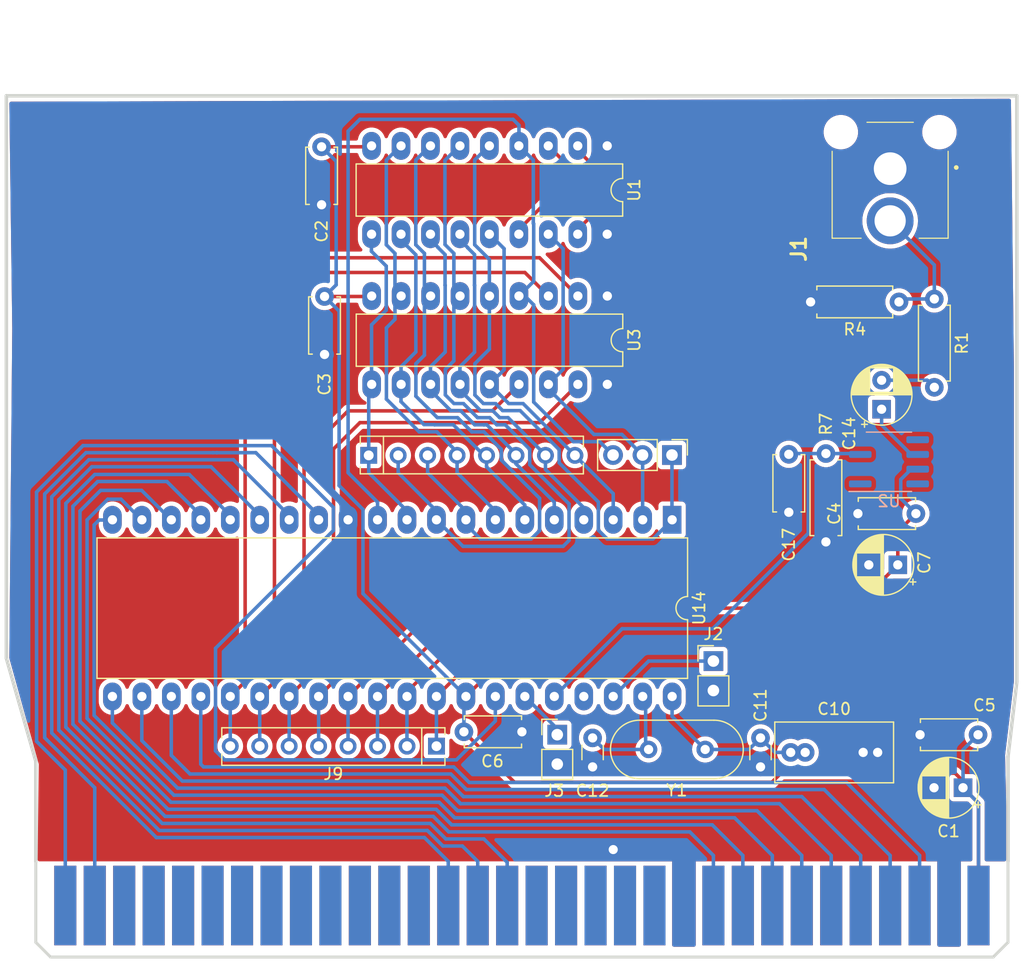
<source format=kicad_pcb>
(kicad_pcb (version 20221018) (generator pcbnew)
  (layers (0 "F.Cu" signal) (31 "B.Cu" signal) (34 "B.Paste" user) (35 "F.Paste" user) (36 "B.SilkS" user "B.Silkscreen") (37 "F.SilkS" user "F.Silkscreen") (38 "B.Mask" user) (39 "F.Mask" user) (44 "Edge.Cuts" user))
  (net 0 "")
  (net 1 "VSS")
  (net 2 "VCC")
  (net 3 "Net-(U14-XTAL1)")
  (net 4 "Net-(U14-XTAL2)")
  (net 38 "/R0")
  (net 39 "/R1")
  (net 40 "/R2")
  (net 41 "/R3")
  (net 42 "/R4")
  (net 43 "/R5")
  (net 44 "/R6")
  (net 45 "/R7")
  (net 46 "/nINT")
  (net 47 "/nRESET")
  (net 48 "/nCSR")
  (net 49 "/MODE")
  (net 50 "/nCSW")
  (net 51 "/D5")
  (net 52 "/D6")
  (net 53 "/D7")
  (net 54 "/D0")
  (net 55 "/D1")
  (net 56 "/D2")
  (net 57 "/D3")
  (net 58 "/D4")
  (net 59 "/RnW")
  (net 60 "/nCAS")
  (net 61 "/nRAS")
  (net 62 "/Y")
  (net 74 "Net-(C14-Pad2)")
  (net 76 "Net-(J1-In)")
  (net 77 "Net-(J2-Pin_1)")
  (net 78 "Net-(J3-Pin_1)")
  (net 80 "/AD0")
  (net 81 "/AD7")
  (net 82 "/AD5")
  (net 83 "/AD6")
  (net 84 "/AD2")
  (net 85 "/AD3")
  (net 86 "/AD4")
  (net 87 "/AD1")
  (net 88 "Net-(C14-Pad1)")
  (footprint "Connector_PCBEdge_EXT:PICERINO-EDGE" (layer "F.Cu") (at 114.554 149.86)
    (fp_text reference "CON1" hide)
    (fp_text value "PICERINO-EDGE" hide)
    (fp_line (start -2.54 -3.81) (end -2.54 3.175) (stroke (width 0.254)) (layer "Edge.Cuts"))
    (fp_line (start -2.54 3.175) (end -1.27 4.445) (stroke (width 0.254)) (layer "Edge.Cuts"))
    (fp_line (start -1.27 4.445) (end 80.01 4.445) (stroke (width 0.254)) (layer "Edge.Cuts"))
    (fp_line (start 80.01 4.445) (end 81.28 3.175) (stroke (width 0.254)) (layer "Edge.Cuts"))
    (fp_line (start 81.28 3.175) (end 81.28 -3.81) (stroke (width 0.254)) (layer "Edge.Cuts"))
  )
  (footprint "Capacitor_THT:C_Rect_L10.0mm_W5.0mm_P5.00mm_P7.50mm" (layer "F.Cu") (at 177.098 136.652)
    (fp_text reference "C10")
    (fp_text value "20pf")
  )
  (footprint "Package_DIP:DIP-18_W7.62mm_LongPads" (layer "F.Cu") (at 161.28 84.328 -90)
    (fp_text reference "U1")
    (fp_text value "TMS4416")
  )
  (footprint "Capacitor_THT:C_Disc_D4.7mm_W2.5mm_P5.00mm" (layer "F.Cu") (at 136.652 84.408 -90)
    (fp_text reference "C2")
    (fp_text value "100nF")
  )
  (footprint "Package_DIP:DIP-40_W15.24mm_LongPads" (layer "F.Cu") (at 166.878 116.586 -90)
    (fp_text reference "U14")
    (fp_text value "TMS9118NL")
  )
  (footprint "Capacitor_THT:C_Disc_D4.7mm_W2.5mm_P5.00mm" (layer "F.Cu") (at 136.906 97.322 -90)
    (fp_text reference "C3")
    (fp_text value "100nF")
  )
  (footprint "Package_DIP:DIP-18_W7.62mm_LongPads" (layer "F.Cu") (at 161.29 97.282 -90)
    (fp_text reference "U3")
    (fp_text value "TMS4416")
  )
  (footprint "Resistor_THT:R_Axial_DIN0207_L6.3mm_D2.5mm_P7.62mm_Horizontal" (layer "F.Cu") (at 180.1368 110.871 -90)
    (fp_text reference "R7")
    (fp_text value "470R")
  )
  (footprint "Capacitor_THT:C_Disc_D3.0mm_W1.6mm_P2.50mm" (layer "F.Cu") (at 174.498 137.902 90)
    (fp_text reference "C11")
    (fp_text value "18pF")
  )
  (footprint "Capacitor_THT:CP_Radial_D5.0mm_P2.50mm" (layer "F.Cu") (at 184.9374 107.046912 90)
    (fp_text reference "C14")
    (fp_text value "330uF")
  )
  (footprint "Capacitor_THT:CP_Radial_D5.0mm_P2.50mm" (layer "F.Cu") (at 186.3344 120.4722 180)
    (fp_text reference "C7")
    (fp_text value "10uF")
  )
  (footprint "Crystal:Crystal_HC49-4H_Vertical" (layer "F.Cu") (at 169.726 136.398 180)
    (fp_text reference "Y1")
    (fp_text value "Crystal")
  )
  (footprint "Resistor_THT:R_Axial_DIN0207_L6.3mm_D2.5mm_P7.62mm_Horizontal" (layer "F.Cu") (at 189.484 97.536 -90)
    (fp_text reference "R1")
    (fp_text value "75R")
  )
  (footprint "Connector_PinHeader_2.54mm:PinHeader_1x03_P2.54mm_Vertical" (layer "F.Cu") (at 166.863 110.998 -90)
    (fp_text reference "J10" hide)
    (fp_text value "Conn_01x03")
  )
  (footprint "Capacitor_THT:C_Disc_D4.7mm_W2.5mm_P5.00mm" (layer "F.Cu") (at 193.254 135.128 180)
    (fp_text reference "C5")
    (fp_text value "100nF")
  )
  (footprint "Capacitor_THT:C_Disc_D3.0mm_W1.6mm_P2.50mm" (layer "F.Cu") (at 160.02 135.402 -90)
    (fp_text reference "C12")
    (fp_text value "33pF")
  )
  (footprint "Package_SIP:SIP-8_19x3mm_P2.54mm" (layer "F.Cu") (at 140.716 111.028)
    (fp_text reference "J8" hide)
    (fp_text value "Conn_01x08")
  )
  (footprint "Capacitor_THT:C_Disc_D4.7mm_W2.5mm_P5.00mm" (layer "F.Cu") (at 187.8946 116.0526 180)
    (fp_text reference "C4")
    (fp_text value "100nF")
  )
  (footprint "Connector_PinHeader_2.54mm:PinHeader_1x02_P2.54mm_Vertical" (layer "F.Cu") (at 170.434 128.773)
    (fp_text reference "J2")
    (fp_text value "Conn_01x02")
  )
  (footprint "Connector_PinHeader_2.54mm:PinHeader_1x02_P2.54mm_Vertical" (layer "F.Cu") (at 156.972 135.123)
    (fp_text reference "J3")
    (fp_text value "Conn_01x02")
  )
  (footprint "Capacitor_THT:CP_Radial_D5.0mm_P2.50mm" (layer "F.Cu") (at 191.959112 139.7 180)
    (fp_text reference "C1")
    (fp_text value "10uF")
  )
  (footprint "Capacitor_THT:C_Disc_D4.7mm_W2.5mm_P5.00mm" (layer "F.Cu") (at 176.9364 110.9364 -90)
    (fp_text reference "C17")
    (fp_text value "220pf")
  )
  (footprint "Resistor_THT:R_Axial_DIN0207_L6.3mm_D2.5mm_P7.62mm_Horizontal" (layer "F.Cu") (at 186.436 97.79 180)
    (fp_text reference "R4")
    (fp_text value "75R")
  )
  (footprint "Capacitor_THT:C_Disc_D4.7mm_W2.5mm_P5.00mm" (layer "F.Cu") (at 148.924 134.874)
    (fp_text reference "C6")
    (fp_text value "100nF")
  )
  (footprint "Package_SIP:SIP-8_19x3mm_P2.54mm" (layer "F.Cu") (at 146.558 136.114 180)
    (fp_text reference "J9")
    (fp_text value "Conn_01x08")
  )
  (footprint "RCJ-041:RCJ041" (layer "F.Cu") (at 185.674 86.2945 90)
    (fp_text reference "J1")
    (fp_text value "Conn_Coaxial" hide)
  )
  (footprint "Package_SO:SOIC-8_3.9x4.9mm_P1.27mm" (layer "B.Cu") (at 185.5724 111.5822)
    (fp_text reference "U2")
    (fp_text value "OPA832ID")
  )
  (gr_line (start 196.596 130.556) (end 196.596 80.01) (stroke (width 0.3048)) (layer "Edge.Cuts"))
  (gr_line (start 109.474 80.01) (end 109.474 128.524) (stroke (width 0.3048)) (layer "Edge.Cuts"))
  (gr_line (start 112.014 137.414) (end 112.014 146.05) (stroke (width 0.3048)) (layer "Edge.Cuts"))
  (gr_line (start 195.834 137.033) (end 196.596 130.556) (stroke (width 0.3048)) (layer "Edge.Cuts"))
  (gr_line (start 196.596 80.01) (end 109.474 80.01) (stroke (width 0.3048)) (layer "Edge.Cuts"))
  (gr_line (start 195.834 137.033) (end 195.834 146.05) (stroke (width 0.3048)) (layer "Edge.Cuts"))
  (gr_line (start 109.474 128.524) (end 112.014 137.414) (stroke (width 0.3048)) (layer "Edge.Cuts"))
  (gr_text "2023 JAY CONVERTINO\nTMS9118 TEST BOARD\nV1" (at 121.666 95.25 90) (layer "F.Cu") (effects (font (size 1.5 1.5) (thickness 0.3302))))
  (via (at 161.798 145.034) (size 1.6256) (drill 0.7874) (layers "F.Cu" "B.Cu") (net 1))
  (segment (start 167.894 149.86) (end 167.894 146.1262) (width 0.3048) (layer "B.Cu") (net 1))
  (segment (start 167.894 146.1262) (end 166.8018 145.034) (width 0.3048) (layer "B.Cu") (net 1))
  (segment (start 166.8018 145.034) (end 161.798 145.034) (width 0.3048) (layer "B.Cu") (net 1))
  (segment (start 186.3344 120.4722) (end 186.3344 117.6128) (width 0.3048) (layer "F.Cu") (net 2))
  (segment (start 191.959112 139.7) (end 191.959112 139.127112) (width 0.3048) (layer "F.Cu") (net 2))
  (segment (start 193.294 149.86) (end 193.294 141.034888) (width 0.3048) (layer "F.Cu") (net 2))
  (segment (start 156.718 124.206) (end 182.6006 124.206) (width 0.3048) (layer "F.Cu") (net 2))
  (segment (start 140.905 97.322) (end 140.96 97.267) (width 0.3048) (layer "F.Cu") (net 2))
  (segment (start 176.2632 138.4428) (end 175.4818 139.2242) (width 0.3048) (layer "F.Cu") (net 2))
  (segment (start 149.098 131.826) (end 156.718 124.206) (width 0.3048) (layer "F.Cu") (net 2))
  (segment (start 193.294 141.034888) (end 191.959112 139.7) (width 0.3048) (layer "F.Cu") (net 2))
  (segment (start 136.652 84.408) (end 140.84 84.408) (width 0.3048) (layer "F.Cu") (net 2))
  (segment (start 175.4818 139.2242) (end 153.2742 139.2242) (width 0.3048) (layer "F.Cu") (net 2))
  (segment (start 140.84 84.408) (end 140.95 84.298) (width 0.3048) (layer "F.Cu") (net 2))
  (segment (start 191.2748 138.4428) (end 176.2632 138.4428) (width 0.3048) (layer "F.Cu") (net 2))
  (segment (start 153.2742 139.2242) (end 148.924 134.874) (width 0.3048) (layer "F.Cu") (net 2))
  (segment (start 191.959112 139.127112) (end 191.2748 138.4428) (width 0.3048) (layer "F.Cu") (net 2))
  (segment (start 182.6006 124.206) (end 186.3344 120.4722) (width 0.3048) (layer "F.Cu") (net 2))
  (segment (start 136.906 97.322) (end 140.905 97.322) (width 0.3048) (layer "F.Cu") (net 2))
  (segment (start 186.3344 117.6128) (end 187.8946 116.0526) (width 0.3048) (layer "F.Cu") (net 2))
  (segment (start 193.294 149.86) (end 193.294 141.034888) (width 0.3048) (layer "B.Cu") (net 2))
  (segment (start 191.959112 139.7) (end 191.959112 136.422888) (width 0.3048) (layer "B.Cu") (net 2))
  (segment (start 138.1632 113.633251) (end 140.2208 115.690851) (width 0.3048) (layer "B.Cu") (net 2))
  (segment (start 186.5884 113.11249) (end 186.5884 114.7464) (width 0.3048) (layer "B.Cu") (net 2))
  (segment (start 193.294 141.034888) (end 191.959112 139.7) (width 0.3048) (layer "B.Cu") (net 2))
  (segment (start 137.9092 96.3188) (end 136.906 97.322) (width 0.3048) (layer "B.Cu") (net 2))
  (segment (start 187.48369 112.2172) (end 186.5884 113.11249) (width 0.3048) (layer "B.Cu") (net 2))
  (segment (start 136.652 84.408) (end 137.9092 85.6652) (width 0.3048) (layer "B.Cu") (net 2))
  (segment (start 188.0474 112.2172) (end 187.48369 112.2172) (width 0.3048) (layer "B.Cu") (net 2))
  (segment (start 148.924 134.874) (end 148.924 132.015) (width 0.3048) (layer "B.Cu") (net 2))
  (segment (start 140.2208 122.9488) (end 149.098 131.826) (width 0.3048) (layer "B.Cu") (net 2))
  (segment (start 140.2208 115.690851) (end 140.2208 122.9488) (width 0.3048) (layer "B.Cu") (net 2))
  (segment (start 191.959112 136.422888) (end 193.254 135.128) (width 0.3048) (layer "B.Cu") (net 2))
  (segment (start 138.1632 98.5792) (end 138.1632 113.633251) (width 0.3048) (layer "B.Cu") (net 2))
  (segment (start 148.924 132.015) (end 149.093 131.846) (width 0.3048) (layer "B.Cu") (net 2))
  (segment (start 136.906 97.322) (end 138.1632 98.5792) (width 0.3048) (layer "B.Cu") (net 2))
  (segment (start 186.5884 114.7464) (end 187.8946 116.0526) (width 0.3048) (layer "B.Cu") (net 2))
  (segment (start 137.9092 85.6652) (end 137.9092 96.3188) (width 0.3048) (layer "B.Cu") (net 2))
  (segment (start 166.873 133.545) (end 169.726 136.398) (width 0.3048) (layer "B.Cu") (net 3))
  (segment (start 173.502 136.398) (end 174.498 135.402) (width 0.3048) (layer "B.Cu") (net 3))
  (segment (start 175.748 136.652) (end 174.498 135.402) (width 0.3048) (layer "B.Cu") (net 3))
  (segment (start 166.873 131.846) (end 166.873 133.545) (width 0.3048) (layer "B.Cu") (net 3))
  (segment (start 169.726 136.398) (end 173.502 136.398) (width 0.3048) (layer "B.Cu") (net 3))
  (segment (start 177.098 136.652) (end 175.748 136.652) (width 0.3048) (layer "B.Cu") (net 3))
  (segment (start 164.592 132.105) (end 164.592 136.144) (width 0.3048) (layer "B.Cu") (net 4))
  (segment (start 160.02 135.402) (end 161.016 136.398) (width 0.3048) (layer "B.Cu") (net 4))
  (segment (start 164.592 136.144) (end 164.846 136.398) (width 0.3048) (layer "B.Cu") (net 4))
  (segment (start 161.016 136.398) (end 164.846 136.398) (width 0.3048) (layer "B.Cu") (net 4))
  (segment (start 172.769303 119.374891) (end 172.769303 87.679303) (width 0.3048) (layer "F.Cu") (net 38))
  (segment (start 158.74 84.7024) (end 158.74 84.328) (width 0.3048) (layer "F.Cu") (net 38))
  (segment (start 171.196 86.106) (end 160.1436 86.106) (width 0.3048) (layer "F.Cu") (net 38))
  (segment (start 168.547295 123.596899) (end 172.769303 119.374891) (width 0.3048) (layer "F.Cu") (net 38))
  (segment (start 154.787101 123.596899) (end 168.547295 123.596899) (width 0.3048) (layer "F.Cu") (net 38))
  (segment (start 172.769303 87.679303) (end 171.196 86.106) (width 0.3048) (layer "F.Cu") (net 38))
  (segment (start 146.558 131.826) (end 154.787101 123.596899) (width 0.3048) (layer "F.Cu") (net 38))
  (segment (start 160.1436 86.106) (end 158.74 84.7024) (width 0.3048) (layer "F.Cu") (net 38))
  (segment (start 146.553 136.109) (end 146.558 136.114) (width 0.3048) (layer "B.Cu") (net 38))
  (segment (start 146.553 131.846) (end 146.553 136.109) (width 0.3048) (layer "B.Cu") (net 38))
  (segment (start 144.018 131.826) (end 144.018 131.426) (width 0.3048) (layer "F.Cu") (net 39))
  (segment (start 170.027101 87.223101) (end 159.095101 87.223101) (width 0.3048) (layer "F.Cu") (net 39))
  (segment (start 168.294998 122.987798) (end 172.160202 119.122594) (width 0.3048) (layer "F.Cu") (net 39))
  (segment (start 159.095101 87.223101) (end 156.2 84.328) (width 0.3048) (layer "F.Cu") (net 39))
  (segment (start 172.160202 89.356202) (end 170.027101 87.223101) (width 0.3048) (layer "F.Cu") (net 39))
  (segment (start 152.456202 122.987798) (end 168.294998 122.987798) (width 0.3048) (layer "F.Cu") (net 39))
  (segment (start 172.160202 119.122594) (end 172.160202 89.356202) (width 0.3048) (layer "F.Cu") (net 39))
  (segment (start 144.018 131.426) (end 152.456202 122.987798) (width 0.3048) (layer "F.Cu") (net 39))
  (segment (start 144.013 136.109) (end 144.018 136.114) (width 0.3048) (layer "B.Cu") (net 39))
  (segment (start 144.013 131.846) (end 144.013 136.109) (width 0.3048) (layer "B.Cu") (net 39))
  (segment (start 156.562 88.646) (end 153.66 91.548) (width 0.3048) (layer "F.Cu") (net 40))
  (segment (start 141.478 131.826) (end 150.925303 122.378697) (width 0.3048) (layer "F.Cu") (net 40))
  (segment (start 171.551101 118.870297) (end 171.551101 91.287101) (width 0.3048) (layer "F.Cu") (net 40))
  (segment (start 168.042701 122.378697) (end 171.551101 118.870297) (width 0.3048) (layer "F.Cu") (net 40))
  (segment (start 150.925303 122.378697) (end 168.042701 122.378697) (width 0.3048) (layer "F.Cu") (net 40))
  (segment (start 153.66 91.548) (end 153.66 91.948) (width 0.3048) (layer "F.Cu") (net 40))
  (segment (start 168.91 88.646) (end 156.562 88.646) (width 0.3048) (layer "F.Cu") (net 40))
  (segment (start 171.551101 91.287101) (end 168.91 88.646) (width 0.3048) (layer "F.Cu") (net 40))
  (segment (start 141.473 136.109) (end 141.478 136.114) (width 0.3048) (layer "B.Cu") (net 40))
  (segment (start 141.473 131.846) (end 141.473 136.109) (width 0.3048) (layer "B.Cu") (net 40))
  (segment (start 167.536407 121.769593) (end 170.942 118.364) (width 0.3048) (layer "F.Cu") (net 41))
  (segment (start 138.938 131.826) (end 148.994407 121.769593) (width 0.3048) (layer "F.Cu") (net 41))
  (segment (start 160.372 89.916) (end 158.74 91.548) (width 0.3048) (layer "F.Cu") (net 41))
  (segment (start 170.942 92.71) (end 168.148 89.916) (width 0.3048) (layer "F.Cu") (net 41))
  (segment (start 170.942 118.364) (end 170.942 92.71) (width 0.3048) (layer "F.Cu") (net 41))
  (segment (start 168.148 89.916) (end 160.372 89.916) (width 0.3048) (layer "F.Cu") (net 41))
  (segment (start 148.994407 121.769593) (end 167.536407 121.769593) (width 0.3048) (layer "F.Cu") (net 41))
  (segment (start 158.74 91.548) (end 158.74 91.948) (width 0.3048) (layer "F.Cu") (net 41))
  (segment (start 138.933 131.846) (end 138.933 136.109) (width 0.3048) (layer "B.Cu") (net 41))
  (segment (start 138.933 136.109) (end 138.938 136.114) (width 0.3048) (layer "B.Cu") (net 41))
  (segment (start 155.448 108.204) (end 158.75 104.902) (width 0.3048) (layer "F.Cu") (net 42))
  (segment (start 139.954 108.204) (end 155.448 108.204) (width 0.3048) (layer "F.Cu") (net 42))
  (segment (start 136.398 131.826) (end 137.6808 130.5432) (width 0.3048) (layer "F.Cu") (net 42))
  (segment (start 137.6808 130.5432) (end 137.6808 110.4772) (width 0.3048) (layer "F.Cu") (net 42))
  (segment (start 137.6808 110.4772) (end 139.954 108.204) (width 0.3048) (layer "F.Cu") (net 42))
  (segment (start 136.398 131.826) (end 136.398 136.114) (width 0.3048) (layer "B.Cu") (net 42))
  (segment (start 135.1408 110.9852) (end 138.938 107.188) (width 0.3048) (layer "F.Cu") (net 43))
  (segment (start 138.938 107.188) (end 151.384 107.188) (width 0.3048) (layer "F.Cu") (net 43))
  (segment (start 151.384 107.188) (end 153.67 104.902) (width 0.3048) (layer "F.Cu") (net 43))
  (segment (start 135.1408 130.5432) (end 135.1408 110.9852) (width 0.3048) (layer "F.Cu") (net 43))
  (segment (start 133.858 131.826) (end 135.1408 130.5432) (width 0.3048) (layer "F.Cu") (net 43))
  (segment (start 133.858 131.826) (end 133.858 136.114) (width 0.3048) (layer "B.Cu") (net 43))
  (segment (start 154.178 95.25) (end 156.21 97.282) (width 0.3048) (layer "F.Cu") (net 44))
  (segment (start 136.144 95.25) (end 154.178 95.25) (width 0.3048) (layer "F.Cu") (net 44))
  (segment (start 132.588 130.556) (end 132.588 98.806) (width 0.3048) (layer "F.Cu") (net 44))
  (segment (start 131.318 131.826) (end 132.588 130.556) (width 0.3048) (layer "F.Cu") (net 44))
  (segment (start 132.588 98.806) (end 136.144 95.25) (width 0.3048) (layer "F.Cu") (net 44))
  (segment (start 131.318 131.826) (end 131.318 136.114) (width 0.3048) (layer "B.Cu") (net 44))
  (segment (start 135.636 93.98) (end 155.448 93.98) (width 0.3048) (layer "F.Cu") (net 45))
  (segment (start 130.0608 130.5432) (end 130.0608 99.5552) (width 0.3048) (layer "F.Cu") (net 45))
  (segment (start 155.448 93.98) (end 158.75 97.282) (width 0.3048) (layer "F.Cu") (net 45))
  (segment (start 128.778 131.826) (end 130.0608 130.5432) (width 0.3048) (layer "F.Cu") (net 45))
  (segment (start 130.0608 99.5552) (end 135.636 93.98) (width 0.3048) (layer "F.Cu") (net 45))
  (segment (start 128.778 131.826) (end 128.778 136.114) (width 0.3048) (layer "B.Cu") (net 45))
  (segment (start 125.241899 112.674899) (end 117.095703 112.674899) (width 0.3048) (layer "B.Cu") (net 46))
  (segment (start 152.654 146.1262) (end 152.654 149.86) (width 0.3048) (layer "B.Cu") (net 46))
  (segment (start 147.365899 144.119103) (end 150.646903 144.119103) (width 0.3048) (layer "B.Cu") (net 46))
  (segment (start 114.603303 115.167299) (end 114.603303 134.470507) (width 0.3048) (layer "B.Cu") (net 46))
  (segment (start 117.095703 112.674899) (end 114.603303 115.167299) (width 0.3048) (layer "B.Cu") (net 46))
  (segment (start 122.910905 142.778109) (end 146.024906 142.778109) (width 0.3048) (layer "B.Cu") (net 46))
  (segment (start 146.024906 142.778109) (end 147.365899 144.119103) (width 0.3048) (layer "B.Cu") (net 46))
  (segment (start 128.773 116.606) (end 128.773 116.206) (width 0.3048) (layer "B.Cu") (net 46))
  (segment (start 128.773 116.206) (end 125.241899 112.674899) (width 0.3048) (layer "B.Cu") (net 46))
  (segment (start 150.646903 144.119103) (end 152.654 146.1262) (width 0.3048) (layer "B.Cu") (net 46))
  (segment (start 114.603303 134.470507) (end 122.910905 142.778109) (width 0.3048) (layer "B.Cu") (net 46))
  (segment (start 116.083109 110.186694) (end 112.076826 114.192978) (width 0.3048) (layer "B.Cu") (net 47))
  (segment (start 127.508 127.668949) (end 137.668 117.508949) (width 0.3048) (layer "B.Cu") (net 47))
  (segment (start 114.554 138.176) (end 114.554 149.86) (width 0.3048) (layer "B.Cu") (net 47))
  (segment (start 151.633 131.846) (end 151.633 133.94295) (width 0.3048) (layer "B.Cu") (net 47))
  (segment (start 112.076826 135.698826) (end 114.554 138.176) (width 0.3048) (layer "B.Cu") (net 47))
  (segment (start 137.668 117.508949) (end 137.668 115.509525) (width 0.3048) (layer "B.Cu") (net 47))
  (segment (start 112.076826 114.192978) (end 112.076826 135.698826) (width 0.3048) (layer "B.Cu") (net 47))
  (segment (start 128.288316 137.2962) (end 127.508 136.515884) (width 0.3048) (layer "B.Cu") (net 47))
  (segment (start 148.27975 137.2962) (end 128.288316 137.2962) (width 0.3048) (layer "B.Cu") (net 47))
  (segment (start 127.508 136.515884) (end 127.508 127.668949) (width 0.3048) (layer "B.Cu") (net 47))
  (segment (start 132.345169 110.186694) (end 116.083109 110.186694) (width 0.3048) (layer "B.Cu") (net 47))
  (segment (start 137.668 115.509525) (end 132.345169 110.186694) (width 0.3048) (layer "B.Cu") (net 47))
  (segment (start 151.633 133.94295) (end 148.27975 137.2962) (width 0.3048) (layer "B.Cu") (net 47))
  (segment (start 113.994202 114.859798) (end 116.84 112.014) (width 0.3048) (layer "B.Cu") (net 48))
  (segment (start 116.84 112.014) (end 127.121 112.014) (width 0.3048) (layer "B.Cu") (net 48))
  (segment (start 145.772608 143.38721) (end 122.658608 143.38721) (width 0.3048) (layer "B.Cu") (net 48))
  (segment (start 150.114 149.86) (end 150.114 146.05) (width 0.3048) (layer "B.Cu") (net 48))
  (segment (start 127.121 112.014) (end 131.313 116.206) (width 0.3048) (layer "B.Cu") (net 48))
  (segment (start 148.792204 144.728204) (end 147.113602 144.728204) (width 0.3048) (layer "B.Cu") (net 48))
  (segment (start 131.313 116.206) (end 131.313 116.606) (width 0.3048) (layer "B.Cu") (net 48))
  (segment (start 113.994202 134.722804) (end 113.994202 114.859798) (width 0.3048) (layer "B.Cu") (net 48))
  (segment (start 150.114 146.05) (end 148.792204 144.728204) (width 0.3048) (layer "B.Cu") (net 48))
  (segment (start 147.113602 144.728204) (end 145.772608 143.38721) (width 0.3048) (layer "B.Cu") (net 48))
  (segment (start 122.658608 143.38721) (end 113.994202 134.722804) (width 0.3048) (layer "B.Cu") (net 48))
  (segment (start 112.776 135.382) (end 112.776 114.355203) (width 0.3048) (layer "B.Cu") (net 49))
  (segment (start 127.289194 110.795798) (end 127.625591 110.795796) (width 0.3048) (layer "B.Cu") (net 49))
  (segment (start 117.094 149.86) (end 117.094 139.7) (width 0.3048) (layer "B.Cu") (net 49))
  (segment (start 116.335404 110.795798) (end 127.289194 110.795798) (width 0.3048) (layer "B.Cu") (net 49))
  (segment (start 117.094 139.7) (end 112.776 135.382) (width 0.3048) (layer "B.Cu") (net 49))
  (segment (start 127.625593 110.795798) (end 130.982798 110.795798) (width 0.3048) (layer "B.Cu") (net 49))
  (segment (start 112.776 114.355203) (end 116.335404 110.795798) (width 0.3048) (layer "B.Cu") (net 49))
  (segment (start 136.393 116.206) (end 136.393 116.606) (width 0.3048) (layer "B.Cu") (net 49))
  (segment (start 130.982798 110.795798) (end 136.393 116.206) (width 0.3048) (layer "B.Cu") (net 49))
  (segment (start 127.625591 110.795796) (end 127.625593 110.795798) (width 0.3048) (layer "B.Cu") (net 49))
  (segment (start 113.385101 134.975102) (end 122.406311 143.996311) (width 0.3048) (layer "B.Cu") (net 50))
  (segment (start 147.574 146.05) (end 147.574 149.86) (width 0.3048) (layer "B.Cu") (net 50))
  (segment (start 116.587702 111.404899) (end 113.385101 114.607501) (width 0.3048) (layer "B.Cu") (net 50))
  (segment (start 133.853 116.606) (end 133.853 116.206) (width 0.3048) (layer "B.Cu") (net 50))
  (segment (start 129.051899 111.404899) (end 116.587702 111.404899) (width 0.3048) (layer "B.Cu") (net 50))
  (segment (start 145.520311 143.996311) (end 147.574 146.05) (width 0.3048) (layer "B.Cu") (net 50))
  (segment (start 122.406311 143.996311) (end 145.520311 143.996311) (width 0.3048) (layer "B.Cu") (net 50))
  (segment (start 133.853 116.206) (end 129.051899 111.404899) (width 0.3048) (layer "B.Cu") (net 50))
  (segment (start 113.385101 114.607501) (end 113.385101 134.975102) (width 0.3048) (layer "B.Cu") (net 50))
  (segment (start 118.218051 114.808) (end 119.355 114.808) (width 0.3048) (layer "B.Cu") (net 51))
  (segment (start 148.021689 142.190696) (end 146.7818 140.950806) (width 0.3048) (layer "B.Cu") (net 51))
  (segment (start 119.355 114.808) (end 121.153 116.606) (width 0.3048) (layer "B.Cu") (net 51))
  (segment (start 116.430606 133.713616) (end 116.430606 116.595445) (width 0.3048) (layer "B.Cu") (net 51))
  (segment (start 148.021697 142.190697) (end 148.021689 142.190696) (width 0.3048) (layer "B.Cu") (net 51))
  (segment (start 148.122798 142.291798) (end 148.021697 142.190697) (width 0.3048) (layer "B.Cu") (net 51))
  (segment (start 123.667796 140.950806) (end 116.430606 133.713616) (width 0.3048) (layer "B.Cu") (net 51))
  (segment (start 172.263798 142.291798) (end 148.122798 142.291798) (width 0.3048) (layer "B.Cu") (net 51))
  (segment (start 146.7818 140.950806) (end 123.667796 140.950806) (width 0.3048) (layer "B.Cu") (net 51))
  (segment (start 116.430606 116.595445) (end 118.218051 114.808) (width 0.3048) (layer "B.Cu") (net 51))
  (segment (start 175.514 145.542) (end 172.263798 142.291798) (width 0.3048) (layer "B.Cu") (net 51))
  (segment (start 175.514 149.86) (end 175.514 145.542) (width 0.3048) (layer "B.Cu") (net 51))
  (segment (start 123.415499 141.559907) (end 115.821505 133.965913) (width 0.3048) (layer "B.Cu") (net 52))
  (segment (start 172.974 145.542) (end 170.332899 142.900899) (width 0.3048) (layer "B.Cu") (net 52))
  (segment (start 170.332899 142.900899) (end 147.870493 142.900899) (width 0.3048) (layer "B.Cu") (net 52))
  (segment (start 115.821505 115.826495) (end 117.602 114.046) (width 0.3048) (layer "B.Cu") (net 52))
  (segment (start 172.974 149.86) (end 172.974 145.542) (width 0.3048) (layer "B.Cu") (net 52))
  (segment (start 147.870493 142.900899) (end 146.529502 141.559907) (width 0.3048) (layer "B.Cu") (net 52))
  (segment (start 121.133 114.046) (end 123.693 116.606) (width 0.3048) (layer "B.Cu") (net 52))
  (segment (start 115.821505 133.965913) (end 115.821505 115.826495) (width 0.3048) (layer "B.Cu") (net 52))
  (segment (start 117.602 114.046) (end 121.133 114.046) (width 0.3048) (layer "B.Cu") (net 52))
  (segment (start 146.529502 141.559907) (end 123.415499 141.559907) (width 0.3048) (layer "B.Cu") (net 52))
  (segment (start 115.212404 115.419596) (end 115.212404 134.21821) (width 0.3048) (layer "B.Cu") (net 53))
  (segment (start 123.311 113.284) (end 117.348 113.284) (width 0.3048) (layer "B.Cu") (net 53))
  (segment (start 168.402 143.51) (end 170.434 145.542) (width 0.3048) (layer "B.Cu") (net 53))
  (segment (start 115.212404 134.21821) (end 123.163202 142.169008) (width 0.3048) (layer "B.Cu") (net 53))
  (segment (start 123.163202 142.169008) (end 146.277204 142.169008) (width 0.3048) (layer "B.Cu") (net 53))
  (segment (start 117.348 113.284) (end 115.212404 115.419596) (width 0.3048) (layer "B.Cu") (net 53))
  (segment (start 170.434 145.542) (end 170.434 149.86) (width 0.3048) (layer "B.Cu") (net 53))
  (segment (start 126.233 116.206) (end 123.311 113.284) (width 0.3048) (layer "B.Cu") (net 53))
  (segment (start 126.233 116.606) (end 126.233 116.206) (width 0.3048) (layer "B.Cu") (net 53))
  (segment (start 147.618197 143.510002) (end 168.402 143.51) (width 0.3048) (layer "B.Cu") (net 53))
  (segment (start 146.277204 142.169008) (end 147.618197 143.510002) (width 0.3048) (layer "B.Cu") (net 53))
  (segment (start 181.918293 139.246293) (end 188.214 145.542) (width 0.3048) (layer "B.Cu") (net 54))
  (segment (start 149.384285 139.246293) (end 181.918293 139.246293) (width 0.3048) (layer "B.Cu") (net 54))
  (segment (start 126.233 137.663) (end 126.475301 137.905301) (width 0.3048) (layer "B.Cu") (net 54))
  (segment (start 148.043293 137.905301) (end 149.384285 139.246293) (width 0.3048) (layer "B.Cu") (net 54))
  (segment (start 126.233 131.846) (end 126.233 137.663) (width 0.3048) (layer "B.Cu") (net 54))
  (segment (start 188.214 145.542) (end 188.214 149.86) (width 0.3048) (layer "B.Cu") (net 54))
  (segment (start 126.475301 137.905301) (end 148.043293 137.905301) (width 0.3048) (layer "B.Cu") (net 54))
  (segment (start 185.674 145.542) (end 185.674 149.86) (width 0.3048) (layer "B.Cu") (net 55))
  (segment (start 149.030881 139.754287) (end 149.131988 139.855394) (width 0.3048) (layer "B.Cu") (net 55))
  (segment (start 149.131988 139.855394) (end 179.987394 139.855394) (width 0.3048) (layer "B.Cu") (net 55))
  (segment (start 123.693 131.846) (end 123.693 136.901) (width 0.3048) (layer "B.Cu") (net 55))
  (segment (start 149.030877 139.754287) (end 149.030881 139.754287) (width 0.3048) (layer "B.Cu") (net 55))
  (segment (start 125.306402 138.514402) (end 147.790992 138.514402) (width 0.3048) (layer "B.Cu") (net 55))
  (segment (start 147.790992 138.514402) (end 149.030877 139.754287) (width 0.3048) (layer "B.Cu") (net 55))
  (segment (start 179.987394 139.855394) (end 185.674 145.542) (width 0.3048) (layer "B.Cu") (net 55))
  (segment (start 123.693 136.901) (end 125.306402 138.514402) (width 0.3048) (layer "B.Cu") (net 55))
  (segment (start 148.778615 140.363405) (end 148.879702 140.464495) (width 0.3048) (layer "B.Cu") (net 56))
  (segment (start 121.153 135.631) (end 124.645503 139.123503) (width 0.3048) (layer "B.Cu") (net 56))
  (segment (start 124.645503 139.123503) (end 147.538694 139.123503) (width 0.3048) (layer "B.Cu") (net 56))
  (segment (start 148.879702 140.464495) (end 178.056495 140.464495) (width 0.3048) (layer "B.Cu") (net 56))
  (segment (start 183.134 145.542) (end 183.134 149.86) (width 0.3048) (layer "B.Cu") (net 56))
  (segment (start 148.778596 140.363405) (end 148.778615 140.363405) (width 0.3048) (layer "B.Cu") (net 56))
  (segment (start 147.538694 139.123503) (end 148.778596 140.363405) (width 0.3048) (layer "B.Cu") (net 56))
  (segment (start 121.153 131.846) (end 121.153 135.631) (width 0.3048) (layer "B.Cu") (net 56))
  (segment (start 178.056495 140.464495) (end 183.134 145.542) (width 0.3048) (layer "B.Cu") (net 56))
  (segment (start 148.627399 141.073596) (end 176.125596 141.073596) (width 0.3048) (layer "B.Cu") (net 57))
  (segment (start 148.526278 140.972481) (end 148.526303 140.972502) (width 0.3048) (layer "B.Cu") (net 57))
  (segment (start 180.594 145.542) (end 180.594 149.86) (width 0.3048) (layer "B.Cu") (net 57))
  (segment (start 148.526308 140.972502) (end 148.627399 141.073596) (width 0.3048) (layer "B.Cu") (net 57))
  (segment (start 148.526303 140.972502) (end 148.526308 140.972502) (width 0.3048) (layer "B.Cu") (net 57))
  (segment (start 124.238604 139.732604) (end 147.286396 139.732604) (width 0.3048) (layer "B.Cu") (net 57))
  (segment (start 147.286396 139.732604) (end 148.526272 140.972481) (width 0.3048) (layer "B.Cu") (net 57))
  (segment (start 148.526272 140.972481) (end 148.526278 140.972481) (width 0.3048) (layer "B.Cu") (net 57))
  (segment (start 118.613 131.846) (end 118.613 134.107) (width 0.3048) (layer "B.Cu") (net 57))
  (segment (start 176.125596 141.073596) (end 180.594 145.542) (width 0.3048) (layer "B.Cu") (net 57))
  (segment (start 118.613 134.107) (end 124.238604 139.732604) (width 0.3048) (layer "B.Cu") (net 57))
  (segment (start 148.274001 141.581599) (end 148.273994 141.581596) (width 0.3048) (layer "B.Cu") (net 58))
  (segment (start 117.039707 117.028793) (end 117.4625 116.606) (width 0.3048) (layer "B.Cu") (net 58))
  (segment (start 117.4625 116.606) (end 118.613 116.606) (width 0.3048) (layer "B.Cu") (net 58))
  (segment (start 147.034098 140.341705) (end 123.920093 140.341705) (width 0.3048) (layer "B.Cu") (net 58))
  (segment (start 178.054 145.542) (end 174.194697 141.682697) (width 0.3048) (layer "B.Cu") (net 58))
  (segment (start 148.273994 141.581596) (end 148.27398 141.581582) (width 0.3048) (layer "B.Cu") (net 58))
  (segment (start 123.920093 140.341705) (end 117.039707 133.461319) (width 0.3048) (layer "B.Cu") (net 58))
  (segment (start 117.039707 133.461319) (end 117.039707 117.028793) (width 0.3048) (layer "B.Cu") (net 58))
  (segment (start 148.27398 141.581582) (end 148.273974 141.581582) (width 0.3048) (layer "B.Cu") (net 58))
  (segment (start 178.054 149.86) (end 178.054 145.542) (width 0.3048) (layer "B.Cu") (net 58))
  (segment (start 174.194697 141.682697) (end 148.375096 141.682697) (width 0.3048) (layer "B.Cu") (net 58))
  (segment (start 148.375096 141.682697) (end 148.274001 141.581599) (width 0.3048) (layer "B.Cu") (net 58))
  (segment (start 148.273974 141.581582) (end 147.034098 140.341705) (width 0.3048) (layer "B.Cu") (net 58))
  (segment (start 154.94 106.426) (end 158.3598 109.8458) (width 0.3048) (layer "B.Cu") (net 59))
  (segment (start 160.6308 109.8458) (end 161.783 110.998) (width 0.3048) (layer "B.Cu") (net 59))
  (segment (start 153.67 82.55) (end 153.67 84.318) (width 0.3048) (layer "B.Cu") (net 59))
  (segment (start 141.478 115.062) (end 138.938 112.522) (width 0.3048) (layer "B.Cu") (net 59))
  (segment (start 154.94 96.012) (end 153.67 97.282) (width 0.3048) (layer "B.Cu") (net 59))
  (segment (start 154.94 91.050051) (end 154.94 96.012) (width 0.3048) (layer "B.Cu") (net 59))
  (segment (start 153.67 84.318) (end 154.9072 85.5552) (width 0.3048) (layer "B.Cu") (net 59))
  (segment (start 153.67 97.282) (end 154.178 97.282) (width 0.3048) (layer "B.Cu") (net 59))
  (segment (start 138.938 112.522) (end 138.938 83.058) (width 0.3048) (layer "B.Cu") (net 59))
  (segment (start 154.9072 85.5552) (end 154.9072 91.017251) (width 0.3048) (layer "B.Cu") (net 59))
  (segment (start 153.162 82.042) (end 153.67 82.55) (width 0.3048) (layer "B.Cu") (net 59))
  (segment (start 138.938 83.058) (end 139.954 82.042) (width 0.3048) (layer "B.Cu") (net 59))
  (segment (start 154.94 98.044) (end 154.94 106.426) (width 0.3048) (layer "B.Cu") (net 59))
  (segment (start 139.954 82.042) (end 153.162 82.042) (width 0.3048) (layer "B.Cu") (net 59))
  (segment (start 154.9072 91.017251) (end 154.94 91.050051) (width 0.3048) (layer "B.Cu") (net 59))
  (segment (start 154.178 97.282) (end 154.94 98.044) (width 0.3048) (layer "B.Cu") (net 59))
  (segment (start 158.3598 109.8458) (end 160.6308 109.8458) (width 0.3048) (layer "B.Cu") (net 59))
  (segment (start 141.478 116.586) (end 141.478 115.062) (width 0.3048) (layer "B.Cu") (net 59))
  (segment (start 164.333 116.606) (end 164.333 111.008) (width 0.3048) (layer "B.Cu") (net 60))
  (segment (start 156.2 105.287) (end 160.133 109.22) (width 0.3048) (layer "B.Cu") (net 60))
  (segment (start 157.48 103.607) (end 156.2 104.887) (width 0.3048) (layer "B.Cu") (net 60))
  (segment (start 162.545 109.22) (end 164.323 110.998) (width 0.3048) (layer "B.Cu") (net 60))
  (segment (start 156.2 104.887) (end 156.2 105.287) (width 0.3048) (layer "B.Cu") (net 60))
  (segment (start 157.48 93.208) (end 157.48 103.607) (width 0.3048) (layer "B.Cu") (net 60))
  (segment (start 160.133 109.22) (end 162.545 109.22) (width 0.3048) (layer "B.Cu") (net 60))
  (segment (start 156.19 91.918) (end 157.48 93.208) (width 0.3048) (layer "B.Cu") (net 60))
  (segment (start 149.8628 92.84875) (end 149.8628 92.868749) (width 0.3048) (layer "B.Cu") (net 61))
  (segment (start 160.5152 117.481149) (end 161.277251 118.2432) (width 0.3048) (layer "B.Cu") (net 61))
  (segment (start 165.2208 118.2432) (end 166.878 116.586) (width 0.3048) (layer "B.Cu") (net 61))
  (segment (start 161.277251 118.2432) (end 165.2208 118.2432) (width 0.3048) (layer "B.Cu") (net 61))
  (segment (start 152.264851 107.168301) (end 153.774903 107.168301) (width 0.3048) (layer "B.Cu") (net 61))
  (segment (start 153.774903 107.168301) (end 157.1382 110.531598) (width 0.3048) (layer "B.Cu") (net 61))
  (segment (start 157.1382 111.6722) (end 160.5152 115.0492) (width 0.3048) (layer "B.Cu") (net 61))
  (segment (start 151.11 84.298) (end 149.8528 85.5552) (width 0.3048) (layer "B.Cu") (net 61))
  (segment (start 149.8528 92.838749) (end 149.8628 92.84875) (width 0.3048) (layer "B.Cu") (net 61))
  (segment (start 151.12 101.864) (end 149.8728 103.1112) (width 0.3048) (layer "B.Cu") (net 61))
  (segment (start 160.5152 115.0492) (end 160.5152 117.481149) (width 0.3048) (layer "B.Cu") (net 61))
  (segment (start 149.8528 85.5552) (end 149.8528 92.838749) (width 0.3048) (layer "B.Cu") (net 61))
  (segment (start 150.609251 106.5592) (end 151.65575 106.5592) (width 0.3048) (layer "B.Cu") (net 61))
  (segment (start 157.1382 110.531598) (end 157.1382 111.6722) (width 0.3048) (layer "B.Cu") (net 61))
  (segment (start 166.863 110.998) (end 166.863 116.596) (width 0.3048) (layer "B.Cu") (net 61))
  (segment (start 151.65575 106.5592) (end 152.264851 107.168301) (width 0.3048) (layer "B.Cu") (net 61))
  (segment (start 149.8728 105.822749) (end 150.609251 106.5592) (width 0.3048) (layer "B.Cu") (net 61))
  (segment (start 151.12 94.125949) (end 151.12 101.864) (width 0.3048) (layer "B.Cu") (net 61))
  (segment (start 149.8728 103.1112) (end 149.8728 105.822749) (width 0.3048) (layer "B.Cu") (net 61))
  (segment (start 149.8628 92.868749) (end 151.12 94.125949) (width 0.3048) (layer "B.Cu") (net 61))
  (segment (start 177.0018 110.871) (end 176.9364 110.9364) (width 0.3048) (layer "B.Cu") (net 62))
  (segment (start 156.718 131.826) (end 162.56 125.984) (width 0.3048) (layer "B.Cu") (net 62))
  (segment (start 162.56 125.984) (end 170.3832 125.984) (width 0.3048) (layer "B.Cu") (net 62))
  (segment (start 178.6128 117.7544) (end 178.6128 110.8964) (width 0.3048) (layer "B.Cu") (net 62))
  (segment (start 170.3832 125.984) (end 178.6128 117.7544) (width 0.3048) (layer "B.Cu") (net 62))
  (segment (start 183.0212 110.871) (end 183.0974 110.9472) (width 0.3048) (layer "B.Cu") (net 62))
  (segment (start 178.6128 110.8964) (end 178.6382 110.871) (width 0.3048) (layer "B.Cu") (net 62))
  (segment (start 178.6382 110.871) (end 177.0018 110.871) (width 0.3048) (layer "B.Cu") (net 62))
  (segment (start 180.1368 110.871) (end 178.6382 110.871) (width 0.3048) (layer "B.Cu") (net 62))
  (segment (start 180.1368 110.871) (end 183.0212 110.871) (width 0.3048) (layer "B.Cu") (net 62))
  (segment (start 184.9374 104.546912) (end 188.874912 104.546912) (width 0.3048) (layer "B.Cu") (net 74))
  (segment (start 188.874912 104.546912) (end 189.484 105.156) (width 0.3048) (layer "B.Cu") (net 74))
  (segment (start 189.484 97.536) (end 189.484 94.6045) (width 0.3048) (layer "B.Cu") (net 76))
  (segment (start 189.484 94.6045) (end 185.674 90.7945) (width 0.3048) (layer "B.Cu") (net 76))
  (segment (start 189.484 97.536) (end 186.69 97.536) (width 0.3048) (layer "B.Cu") (net 76))
  (segment (start 186.69 97.536) (end 186.436 97.79) (width 0.3048) (layer "B.Cu") (net 76))
  (segment (start 161.798 131.826) (end 164.851 128.773) (width 0.3048) (layer "B.Cu") (net 77))
  (segment (start 164.851 128.773) (end 170.434 128.773) (width 0.3048) (layer "B.Cu") (net 77))
  (segment (start 156.972 134.62) (end 154.178 131.826) (width 0.3048) (layer "B.Cu") (net 78))
  (segment (start 156.972 135.123) (end 156.972 134.62) (width 0.3048) (layer "B.Cu") (net 78))
  (segment (start 140.716 112.522) (end 144.013 115.819) (width 0.3048) (layer "B.Cu") (net 80))
  (segment (start 140.96 104.887) (end 140.96 99.765474) (width 0.3048) (layer "B.Cu") (net 80))
  (segment (start 140.95 93.4228) (end 140.95 91.918) (width 0.3048) (layer "B.Cu") (net 80))
  (segment (start 140.716 111.028) (end 140.716 112.522) (width 0.3048) (layer "B.Cu") (net 80))
  (segment (start 140.96 99.765474) (end 142.2272 98.498274) (width 0.3048) (layer "B.Cu") (net 80))
  (segment (start 140.716 111.028) (end 140.716 105.131) (width 0.3048) (layer "B.Cu") (net 80))
  (segment (start 142.2272 98.498274) (end 142.2272 94.7) (width 0.3048) (layer "B.Cu") (net 80))
  (segment (start 142.2272 94.7) (end 140.95 93.4228) (width 0.3048) (layer "B.Cu") (net 80))
  (segment (start 144.013 115.819) (end 144.013 116.606) (width 0.3048) (layer "B.Cu") (net 80))
  (segment (start 140.716 105.131) (end 140.96 104.887) (width 0.3048) (layer "B.Cu") (net 80))
  (segment (start 154.0272 106.5592) (end 152.7872 106.5592) (width 0.3048) (layer "B.Cu") (net 81))
  (segment (start 152.3872 93.1952) (end 152.278 93.086) (width 0.3048) (layer "B.Cu") (net 81))
  (segment (start 152.3872 103.6448) (end 152.3872 93.1952) (width 0.3048) (layer "B.Cu") (net 81))
  (segment (start 151.13 104.902) (end 152.3872 103.6448) (width 0.3048) (layer "B.Cu") (net 81))
  (segment (start 152.278 93.086) (end 151.11 91.918) (width 0.3048) (layer "B.Cu") (net 81))
  (segment (start 161.798 114.33) (end 158.496 111.028) (width 0.3048) (layer "B.Cu") (net 81))
  (segment (start 158.496 111.028) (end 154.0272 106.5592) (width 0.3048) (layer "B.Cu") (net 81))
  (segment (start 152.7872 106.5592) (end 151.13 104.902) (width 0.3048) (layer "B.Cu") (net 81))
  (segment (start 161.798 116.586) (end 161.798 114.33) (width 0.3048) (layer "B.Cu") (net 81))
  (segment (start 153.416 111.028) (end 153.416 110.903647) (width 0.3048) (layer "B.Cu") (net 82))
  (segment (start 151.492953 108.980604) (end 150.899354 108.387002) (width 0.3048) (layer "B.Cu") (net 82))
  (segment (start 150.649901 108.386503) (end 149.852359 108.386503) (width 0.3048) (layer "B.Cu") (net 82))
  (segment (start 148.633658 107.167802) (end 147.785116 107.167802) (width 0.3048) (layer "B.Cu") (net 82))
  (segment (start 147.785116 107.167802) (end 146.04 105.422686) (width 0.3048) (layer "B.Cu") (net 82))
  (segment (start 146.04 103.3822) (end 147.3072 102.115) (width 0.3048) (layer "B.Cu") (net 82))
  (segment (start 147.2972 93.704547) (end 146.688099 93.095446) (width 0.3048) (layer "B.Cu") (net 82))
  (segment (start 156.713 115.057) (end 156.713 116.606) (width 0.3048) (layer "B.Cu") (net 82))
  (segment (start 153.416 111.028) (end 153.416 111.76) (width 0.3048) (layer "B.Cu") (net 82))
  (segment (start 147.2972 96.351251) (end 147.2972 93.704547) (width 0.3048) (layer "B.Cu") (net 82))
  (segment (start 146.04 105.422686) (end 146.04 103.3822) (width 0.3048) (layer "B.Cu") (net 82))
  (segment (start 146.688099 93.095446) (end 146.688099 93.075446) (width 0.3048) (layer "B.Cu") (net 82))
  (segment (start 153.416 111.76) (end 156.713 115.057) (width 0.3048) (layer "B.Cu") (net 82))
  (segment (start 147.3072 102.115) (end 147.3072 96.361251) (width 0.3048) (layer "B.Cu") (net 82))
  (segment (start 151.492957 108.980604) (end 151.492953 108.980604) (width 0.3048) (layer "B.Cu") (net 82))
  (segment (start 153.416 110.903647) (end 151.492957 108.980604) (width 0.3048) (layer "B.Cu") (net 82))
  (segment (start 150.6504 108.387002) (end 150.649901 108.386503) (width 0.3048) (layer "B.Cu") (net 82))
  (segment (start 146.688099 93.075446) (end 146.03 92.417347) (width 0.3048) (layer "B.Cu") (net 82))
  (segment (start 149.852359 108.386503) (end 148.633658 107.167802) (width 0.3048) (layer "B.Cu") (net 82))
  (segment (start 146.03 92.417347) (end 146.03 91.918) (width 0.3048) (layer "B.Cu") (net 82))
  (segment (start 150.899354 108.387002) (end 150.6504 108.387002) (width 0.3048) (layer "B.Cu") (net 82))
  (segment (start 147.3072 96.361251) (end 147.2972 96.351251) (width 0.3048) (layer "B.Cu") (net 82))
  (segment (start 152.012553 107.777402) (end 151.403451 107.168301) (width 0.3048) (layer "B.Cu") (net 83))
  (segment (start 159.253 115.541724) (end 159.253 116.606) (width 0.3048) (layer "B.Cu") (net 83))
  (segment (start 148.57 92.417347) (end 148.57 91.918) (width 0.3048) (layer "B.Cu") (net 83))
  (segment (start 149.8372 102.125) (end 149.8372 98.212749) (width 0.3048) (layer "B.Cu") (net 83))
  (segment (start 148.58 105.391348) (end 148.58 103.3822) (width 0.3048) (layer "B.Cu") (net 83))
  (segment (start 149.8372 93.704547) (end 149.253699 93.121047) (width 0.3048) (layer "B.Cu") (net 83))
  (segment (start 155.956 111.028) (end 155.956 112.244724) (width 0.3048) (layer "B.Cu") (net 83))
  (segment (start 149.8372 98.212749) (end 149.8472 98.202749) (width 0.3048) (layer "B.Cu") (net 83))
  (segment (start 149.8472 98.202749) (end 149.8472 96.361251) (width 0.3048) (layer "B.Cu") (net 83))
  (segment (start 155.956 110.998) (end 152.735402 107.777402) (width 0.3048) (layer "B.Cu") (net 83))
  (segment (start 152.735402 107.777402) (end 152.012553 107.777402) (width 0.3048) (layer "B.Cu") (net 83))
  (segment (start 149.8372 96.351251) (end 149.8372 93.704547) (width 0.3048) (layer "B.Cu") (net 83))
  (segment (start 149.253699 93.121047) (end 149.253699 93.101047) (width 0.3048) (layer "B.Cu") (net 83))
  (segment (start 151.403451 107.168301) (end 150.356953 107.168301) (width 0.3048) (layer "B.Cu") (net 83))
  (segment (start 148.58 103.3822) (end 149.8372 102.125) (width 0.3048) (layer "B.Cu") (net 83))
  (segment (start 149.253699 93.101047) (end 148.57 92.417347) (width 0.3048) (layer "B.Cu") (net 83))
  (segment (start 155.956 111.028) (end 155.956 110.998) (width 0.3048) (layer "B.Cu") (net 83))
  (segment (start 155.956 112.244724) (end 159.253 115.541724) (width 0.3048) (layer "B.Cu") (net 83))
  (segment (start 149.8472 96.361251) (end 149.8372 96.351251) (width 0.3048) (layer "B.Cu") (net 83))
  (segment (start 150.356953 107.168301) (end 148.58 105.391348) (width 0.3048) (layer "B.Cu") (net 83))
  (segment (start 145.519251 93.6052) (end 144.7828 92.868749) (width 0.3048) (layer "B.Cu") (net 84))
  (segment (start 148.381154 107.777402) (end 146.639402 107.777402) (width 0.3048) (layer "B.Cu") (net 84))
  (segment (start 150.3552 118.2432) (end 154.724349 118.2432) (width 0.3048) (layer "B.Cu") (net 84))
  (segment (start 149.093 115.819) (end 149.093 116.606) (width 0.3048) (layer "B.Cu") (net 84))
  (segment (start 155.448 114.731884) (end 152.146 111.429884) (width 0.3048) (layer "B.Cu") (net 84))
  (segment (start 144.7728 85.5552) (end 146.03 84.298) (width 0.3048) (layer "B.Cu") (net 84))
  (segment (start 145.796 111.028) (end 145.796 112.522) (width 0.3048) (layer "B.Cu") (net 84))
  (segment (start 144.7828 92.868749) (end 144.7828 92.848749) (width 0.3048) (layer "B.Cu") (net 84))
  (segment (start 152.146 111.429884) (end 152.146 110.495047) (width 0.3048) (layer "B.Cu") (net 84))
  (segment (start 145.519251 102.384749) (end 145.519251 93.6052) (width 0.3048) (layer "B.Cu") (net 84))
  (segment (start 155.448 117.519549) (end 155.448 114.731884) (width 0.3048) (layer "B.Cu") (net 84))
  (segment (start 146.639402 107.777402) (end 144.7828 105.9208) (width 0.3048) (layer "B.Cu") (net 84))
  (segment (start 149.098 116.586) (end 149.098 116.986) (width 0.3048) (layer "B.Cu") (net 84))
  (segment (start 145.796 112.522) (end 149.093 115.819) (width 0.3048) (layer "B.Cu") (net 84))
  (segment (start 144.7828 105.9208) (end 144.7828 103.1212) (width 0.3048) (layer "B.Cu") (net 84))
  (segment (start 152.146 110.495047) (end 151.241157 109.590204) (width 0.3048) (layer "B.Cu") (net 84))
  (segment (start 154.724349 118.2432) (end 155.448 117.519549) (width 0.3048) (layer "B.Cu") (net 84))
  (segment (start 151.240448 109.590203) (end 150.646849 108.996602) (width 0.3048) (layer "B.Cu") (net 84))
  (segment (start 144.7828 92.848749) (end 144.7728 92.838749) (width 0.3048) (layer "B.Cu") (net 84))
  (segment (start 151.241157 109.590204) (end 151.240448 109.590203) (width 0.3048) (layer "B.Cu") (net 84))
  (segment (start 149.098 116.986) (end 150.3552 118.2432) (width 0.3048) (layer "B.Cu") (net 84))
  (segment (start 150.646849 108.996602) (end 149.600354 108.996602) (width 0.3048) (layer "B.Cu") (net 84))
  (segment (start 144.7728 92.838749) (end 144.7728 85.5552) (width 0.3048) (layer "B.Cu") (net 84))
  (segment (start 144.7828 103.1212) (end 145.519251 102.384749) (width 0.3048) (layer "B.Cu") (net 84))
  (segment (start 149.600354 108.996602) (end 148.381154 107.777402) (width 0.3048) (layer "B.Cu") (net 84))
  (segment (start 142.2428 92.848749) (end 142.2328 92.838749) (width 0.3048) (layer "B.Cu") (net 85))
  (segment (start 148.336 112.522) (end 151.633 115.819) (width 0.3048) (layer "B.Cu") (net 85))
  (segment (start 142.2428 100.029) (end 142.979251 99.292549) (width 0.3048) (layer "B.Cu") (net 85))
  (segment (start 148.336 111.028) (end 148.336 112.522) (width 0.3048) (layer "B.Cu") (net 85))
  (segment (start 151.633 115.819) (end 151.633 116.606) (width 0.3048) (layer "B.Cu") (net 85))
  (segment (start 148.336 111.028) (end 148.336 110.744) (width 0.3048) (layer "B.Cu") (net 85))
  (segment (start 142.979251 99.292549) (end 142.979251 93.6052) (width 0.3048) (layer "B.Cu") (net 85))
  (segment (start 142.2428 106.1748) (end 142.2428 100.029) (width 0.3048) (layer "B.Cu") (net 85))
  (segment (start 142.2328 92.838749) (end 142.2328 85.5552) (width 0.3048) (layer "B.Cu") (net 85))
  (segment (start 142.2328 85.5552) (end 143.49 84.298) (width 0.3048) (layer "B.Cu") (net 85))
  (segment (start 145.063604 108.995604) (end 142.2428 106.1748) (width 0.3048) (layer "B.Cu") (net 85))
  (segment (start 148.336 110.744) (end 146.587604 108.995604) (width 0.3048) (layer "B.Cu") (net 85))
  (segment (start 142.979251 93.6052) (end 142.2428 92.868749) (width 0.3048) (layer "B.Cu") (net 85))
  (segment (start 142.2428 92.868749) (end 142.2428 92.848749) (width 0.3048) (layer "B.Cu") (net 85))
  (segment (start 146.587604 108.995604) (end 145.063604 108.995604) (width 0.3048) (layer "B.Cu") (net 85))
  (segment (start 146.372104 108.371503) (end 145.479703 108.371503) (width 0.3048) (layer "B.Cu") (net 86))
  (segment (start 146.387105 108.386503) (end 146.372104 108.371503) (width 0.3048) (layer "B.Cu") (net 86))
  (segment (start 150.876 111.028) (end 150.652 111.028) (width 0.3048) (layer "B.Cu") (net 86))
  (segment (start 150.876 112.014) (end 154.173 115.311) (width 0.3048) (layer "B.Cu") (net 86))
  (segment (start 150.876 111.8042) (end 150.876 112.014) (width 0.3048) (layer "B.Cu") (net 86))
  (segment (start 143.5 103.3822) (end 144.78 102.1022) (width 0.3048) (layer "B.Cu") (net 86))
  (segment (start 143.49 92.437347) (end 143.49 91.918) (width 0.3048) (layer "B.Cu") (net 86))
  (segment (start 154.173 115.311) (end 154.173 116.606) (width 0.3048) (layer "B.Cu") (net 86))
  (segment (start 148.010503 108.386503) (end 146.387105 108.386503) (width 0.3048) (layer "B.Cu") (net 86))
  (segment (start 145.479703 108.371503) (end 143.5 106.3918) (width 0.3048) (layer "B.Cu") (net 86))
  (segment (start 143.5 106.3918) (end 143.5 103.3822) (width 0.3048) (layer "B.Cu") (net 86))
  (segment (start 144.78 102.1022) (end 144.78 93.727347) (width 0.3048) (layer "B.Cu") (net 86))
  (segment (start 150.652 111.028) (end 148.010503 108.386503) (width 0.3048) (layer "B.Cu") (net 86))
  (segment (start 144.78 93.727347) (end 143.49 92.437347) (width 0.3048) (layer "B.Cu") (net 86))
  (segment (start 150.104656 107.777402) (end 148.885955 106.558701) (width 0.3048) (layer "B.Cu") (net 87))
  (segment (start 151.745252 108.371503) (end 151.151153 107.777402) (width 0.3048) (layer "B.Cu") (net 87))
  (segment (start 148.885955 106.558701) (end 148.068752 106.558701) (width 0.3048) (layer "B.Cu") (net 87))
  (segment (start 148.844 118.872) (end 157.48 118.872) (width 0.3048) (layer "B.Cu") (net 87))
  (segment (start 147.2972 92.843149) (end 147.2972 91.027251) (width 0.3048) (layer "B.Cu") (net 87))
  (segment (start 157.48 118.872) (end 157.988 118.364) (width 0.3048) (layer "B.Cu") (net 87))
  (segment (start 147.3228 105.812749) (end 147.3228 103.6092) (width 0.3048) (layer "B.Cu") (net 87))
  (segment (start 148.068752 106.558701) (end 147.3228 105.812749) (width 0.3048) (layer "B.Cu") (net 87))
  (segment (start 157.988 118.364) (end 157.988 115.215424) (width 0.3048) (layer "B.Cu") (net 87))
  (segment (start 146.553 115.819) (end 146.553 116.606) (width 0.3048) (layer "B.Cu") (net 87))
  (segment (start 151.745255 108.371503) (end 151.745252 108.371503) (width 0.3048) (layer "B.Cu") (net 87))
  (segment (start 151.151153 107.777402) (end 150.104656 107.777402) (width 0.3048) (layer "B.Cu") (net 87))
  (segment (start 147.2972 91.027251) (end 147.2872 91.017251) (width 0.3048) (layer "B.Cu") (net 87))
  (segment (start 148.059251 93.6052) (end 147.2972 92.843149) (width 0.3048) (layer "B.Cu") (net 87))
  (segment (start 147.2872 91.017251) (end 147.2872 85.5808) (width 0.3048) (layer "B.Cu") (net 87))
  (segment (start 147.2872 85.5808) (end 148.57 84.298) (width 0.3048) (layer "B.Cu") (net 87))
  (segment (start 152.483105 108.386503) (end 151.760255 108.386503) (width 0.3048) (layer "B.Cu") (net 87))
  (segment (start 148.059251 102.872749) (end 148.059251 93.6052) (width 0.3048) (layer "B.Cu") (net 87))
  (segment (start 146.558 116.586) (end 148.844 118.872) (width 0.3048) (layer "B.Cu") (net 87))
  (segment (start 147.3228 103.6092) (end 148.059251 102.872749) (width 0.3048) (layer "B.Cu") (net 87))
  (segment (start 143.256 111.028) (end 143.256 112.522) (width 0.3048) (layer "B.Cu") (net 87))
  (segment (start 143.256 112.522) (end 146.553 115.819) (width 0.3048) (layer "B.Cu") (net 87))
  (segment (start 154.5982 111.825624) (end 154.5982 110.501598) (width 0.3048) (layer "B.Cu") (net 87))
  (segment (start 157.988 115.215424) (end 154.5982 111.825624) (width 0.3048) (layer "B.Cu") (net 87))
  (segment (start 154.5982 110.501598) (end 152.483105 108.386503) (width 0.3048) (layer "B.Cu") (net 87))
  (segment (start 151.760255 108.386503) (end 151.745255 108.371503) (width 0.3048) (layer "B.Cu") (net 87))
  (segment (start 187.48369 110.9472) (end 184.9374 108.40091) (width 0.3048) (layer "B.Cu") (net 88))
  (segment (start 188.0474 110.9472) (end 188.0982 110.998) (width 0.3048) (layer "B.Cu") (net 88))
  (segment (start 184.9374 108.40091) (end 184.9374 107.046912) (width 0.3048) (layer "B.Cu") (net 88))
  (segment (start 188.0474 110.9472) (end 187.48369 110.9472) (width 0.3048) (layer "B.Cu") (net 88))
  (zone (net 1) (net_name "VSS") (layers "F&B.Cu") (connect_pads yes (clearance 0.381)) (min_thickness 0.3048) (fill yes (thermal_gap 0.3048) (thermal_bridge_width 0.508))
    (polygon (pts (xy 196.342 103.378) (xy 196.342 130.556) (xy 195.58 136.906) (xy 195.9864 154.4828) (xy 112.0648 154.4828) (xy 112.268 137.668) (xy 109.728 128.524) (xy 109.982 100.076) (xy 109.728 80.518) (xy 196.088 80.264)))
  )
  (zone (net 0) (net_name "") (layers "F&B.Cu") (connect_pads (clearance 0)) (min_thickness 0.254)
    (keepout (tracks allowed) (vias allowed) (pads allowed) (copperpour not_allowed) (footprints allowed))
    (fill (thermal_gap 0.508) (thermal_bridge_width 0.508))
    (polygon (pts (xy 166.878 153.416) (xy 168.91 153.416) (xy 168.91 146.05) (xy 189.738 146.05) (xy 189.738 153.416) (xy 191.77 153.416) (xy 191.77 146.05) (xy 195.9864 146.05) (xy 195.9864 154.4828) (xy 112.0648 154.4828) (xy 112.0648 146.05) (xy 166.878 146.05)))
  )
)
</source>
